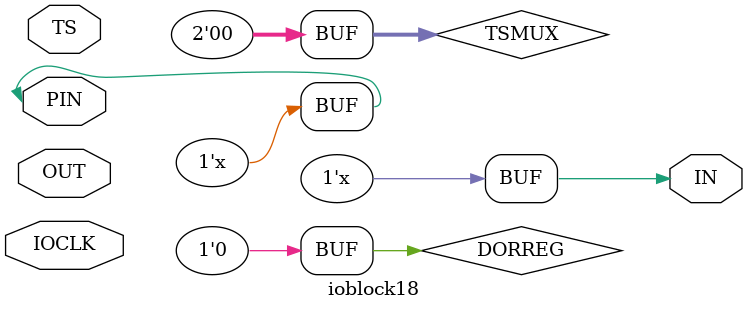
<source format=v>
module ioblock18(
	       inout  PIN,
	       input  TS,
	       input  OUT,
	       output IN,
	       input IOCLK
	       );
   
   reg 		     D;
   reg [2-1:0] 	     TSMUX;
   reg 		     DORREG;

   assign PIN = ( TSMUX == 2'b00 ) ? 1'bz : (( TSMUX == 2'b01 && TS == 1'b1 ) ? OUT : (( TSMUX == 2'b01 && TS == 1'b0 ) ? 1'bz : OUT));
   assign IN  = ( DORREG == 1'b0 ) ? PIN  : D;
   
   initial
     begin
	D=1'b0;
	TSMUX=2'b00;
	DORREG=1'b0;
     end
   
   always @(posedge IOCLK) D=PIN;
   
endmodule       

</source>
